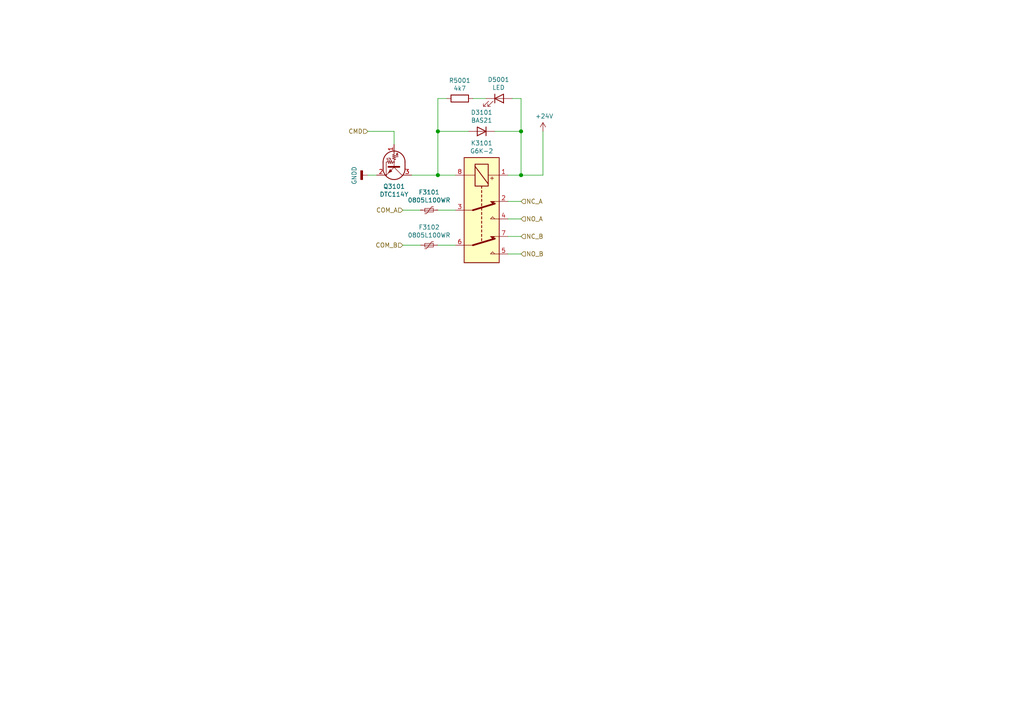
<source format=kicad_sch>
(kicad_sch (version 20211123) (generator eeschema)

  (uuid f22f8a5a-3aad-4f55-b782-dc0ced2bf7d4)

  (paper "A4")

  (lib_symbols
    (symbol "Device:LED" (pin_numbers hide) (pin_names (offset 1.016) hide) (in_bom yes) (on_board yes)
      (property "Reference" "D" (id 0) (at 0 2.54 0)
        (effects (font (size 1.27 1.27)))
      )
      (property "Value" "LED" (id 1) (at 0 -2.54 0)
        (effects (font (size 1.27 1.27)))
      )
      (property "Footprint" "" (id 2) (at 0 0 0)
        (effects (font (size 1.27 1.27)) hide)
      )
      (property "Datasheet" "~" (id 3) (at 0 0 0)
        (effects (font (size 1.27 1.27)) hide)
      )
      (property "ki_keywords" "LED diode" (id 4) (at 0 0 0)
        (effects (font (size 1.27 1.27)) hide)
      )
      (property "ki_description" "Light emitting diode" (id 5) (at 0 0 0)
        (effects (font (size 1.27 1.27)) hide)
      )
      (property "ki_fp_filters" "LED* LED_SMD:* LED_THT:*" (id 6) (at 0 0 0)
        (effects (font (size 1.27 1.27)) hide)
      )
      (symbol "LED_0_1"
        (polyline
          (pts
            (xy -1.27 -1.27)
            (xy -1.27 1.27)
          )
          (stroke (width 0.254) (type default) (color 0 0 0 0))
          (fill (type none))
        )
        (polyline
          (pts
            (xy -1.27 0)
            (xy 1.27 0)
          )
          (stroke (width 0) (type default) (color 0 0 0 0))
          (fill (type none))
        )
        (polyline
          (pts
            (xy 1.27 -1.27)
            (xy 1.27 1.27)
            (xy -1.27 0)
            (xy 1.27 -1.27)
          )
          (stroke (width 0.254) (type default) (color 0 0 0 0))
          (fill (type none))
        )
        (polyline
          (pts
            (xy -3.048 -0.762)
            (xy -4.572 -2.286)
            (xy -3.81 -2.286)
            (xy -4.572 -2.286)
            (xy -4.572 -1.524)
          )
          (stroke (width 0) (type default) (color 0 0 0 0))
          (fill (type none))
        )
        (polyline
          (pts
            (xy -1.778 -0.762)
            (xy -3.302 -2.286)
            (xy -2.54 -2.286)
            (xy -3.302 -2.286)
            (xy -3.302 -1.524)
          )
          (stroke (width 0) (type default) (color 0 0 0 0))
          (fill (type none))
        )
      )
      (symbol "LED_1_1"
        (pin passive line (at -3.81 0 0) (length 2.54)
          (name "K" (effects (font (size 1.27 1.27))))
          (number "1" (effects (font (size 1.27 1.27))))
        )
        (pin passive line (at 3.81 0 180) (length 2.54)
          (name "A" (effects (font (size 1.27 1.27))))
          (number "2" (effects (font (size 1.27 1.27))))
        )
      )
    )
    (symbol "Device:Polyfuse_Small" (pin_numbers hide) (pin_names (offset 0)) (in_bom yes) (on_board yes)
      (property "Reference" "F" (id 0) (at -1.905 0 90)
        (effects (font (size 1.27 1.27)))
      )
      (property "Value" "Polyfuse_Small" (id 1) (at 1.905 0 90)
        (effects (font (size 1.27 1.27)))
      )
      (property "Footprint" "" (id 2) (at 1.27 -5.08 0)
        (effects (font (size 1.27 1.27)) (justify left) hide)
      )
      (property "Datasheet" "~" (id 3) (at 0 0 0)
        (effects (font (size 1.27 1.27)) hide)
      )
      (property "ki_keywords" "resettable fuse PTC PPTC polyfuse polyswitch" (id 4) (at 0 0 0)
        (effects (font (size 1.27 1.27)) hide)
      )
      (property "ki_description" "Resettable fuse, polymeric positive temperature coefficient, small symbol" (id 5) (at 0 0 0)
        (effects (font (size 1.27 1.27)) hide)
      )
      (property "ki_fp_filters" "*polyfuse* *PTC*" (id 6) (at 0 0 0)
        (effects (font (size 1.27 1.27)) hide)
      )
      (symbol "Polyfuse_Small_0_1"
        (rectangle (start -0.508 1.27) (end 0.508 -1.27)
          (stroke (width 0) (type default) (color 0 0 0 0))
          (fill (type none))
        )
        (polyline
          (pts
            (xy 0 2.54)
            (xy 0 -2.54)
          )
          (stroke (width 0) (type default) (color 0 0 0 0))
          (fill (type none))
        )
        (polyline
          (pts
            (xy -1.016 1.27)
            (xy -1.016 0.762)
            (xy 1.016 -0.762)
            (xy 1.016 -1.27)
          )
          (stroke (width 0) (type default) (color 0 0 0 0))
          (fill (type none))
        )
      )
      (symbol "Polyfuse_Small_1_1"
        (pin passive line (at 0 2.54 270) (length 0.635)
          (name "~" (effects (font (size 1.27 1.27))))
          (number "1" (effects (font (size 1.27 1.27))))
        )
        (pin passive line (at 0 -2.54 90) (length 0.635)
          (name "~" (effects (font (size 1.27 1.27))))
          (number "2" (effects (font (size 1.27 1.27))))
        )
      )
    )
    (symbol "Device:R" (pin_numbers hide) (pin_names (offset 0)) (in_bom yes) (on_board yes)
      (property "Reference" "R" (id 0) (at 2.032 0 90)
        (effects (font (size 1.27 1.27)))
      )
      (property "Value" "R" (id 1) (at 0 0 90)
        (effects (font (size 1.27 1.27)))
      )
      (property "Footprint" "" (id 2) (at -1.778 0 90)
        (effects (font (size 1.27 1.27)) hide)
      )
      (property "Datasheet" "~" (id 3) (at 0 0 0)
        (effects (font (size 1.27 1.27)) hide)
      )
      (property "ki_keywords" "R res resistor" (id 4) (at 0 0 0)
        (effects (font (size 1.27 1.27)) hide)
      )
      (property "ki_description" "Resistor" (id 5) (at 0 0 0)
        (effects (font (size 1.27 1.27)) hide)
      )
      (property "ki_fp_filters" "R_*" (id 6) (at 0 0 0)
        (effects (font (size 1.27 1.27)) hide)
      )
      (symbol "R_0_1"
        (rectangle (start -1.016 -2.54) (end 1.016 2.54)
          (stroke (width 0.254) (type default) (color 0 0 0 0))
          (fill (type none))
        )
      )
      (symbol "R_1_1"
        (pin passive line (at 0 3.81 270) (length 1.27)
          (name "~" (effects (font (size 1.27 1.27))))
          (number "1" (effects (font (size 1.27 1.27))))
        )
        (pin passive line (at 0 -3.81 90) (length 1.27)
          (name "~" (effects (font (size 1.27 1.27))))
          (number "2" (effects (font (size 1.27 1.27))))
        )
      )
    )
    (symbol "Diode:BAS21" (pin_numbers hide) (pin_names hide) (in_bom yes) (on_board yes)
      (property "Reference" "D" (id 0) (at 0 2.54 0)
        (effects (font (size 1.27 1.27)))
      )
      (property "Value" "BAS21" (id 1) (at 0 -2.54 0)
        (effects (font (size 1.27 1.27)))
      )
      (property "Footprint" "Package_TO_SOT_SMD:SOT-23" (id 2) (at 0 -4.445 0)
        (effects (font (size 1.27 1.27)) hide)
      )
      (property "Datasheet" "https://www.diodes.com/assets/Datasheets/Ds12004.pdf" (id 3) (at 0 0 0)
        (effects (font (size 1.27 1.27)) hide)
      )
      (property "ki_keywords" "diode" (id 4) (at 0 0 0)
        (effects (font (size 1.27 1.27)) hide)
      )
      (property "ki_description" "250V, 0.4A, High-speed Switching Diode, SOT-23" (id 5) (at 0 0 0)
        (effects (font (size 1.27 1.27)) hide)
      )
      (property "ki_fp_filters" "SOT?23*" (id 6) (at 0 0 0)
        (effects (font (size 1.27 1.27)) hide)
      )
      (symbol "BAS21_0_1"
        (polyline
          (pts
            (xy -1.27 1.27)
            (xy -1.27 -1.27)
          )
          (stroke (width 0.254) (type default) (color 0 0 0 0))
          (fill (type none))
        )
        (polyline
          (pts
            (xy 1.27 0)
            (xy -1.27 0)
          )
          (stroke (width 0) (type default) (color 0 0 0 0))
          (fill (type none))
        )
        (polyline
          (pts
            (xy 1.27 1.27)
            (xy 1.27 -1.27)
            (xy -1.27 0)
            (xy 1.27 1.27)
          )
          (stroke (width 0.254) (type default) (color 0 0 0 0))
          (fill (type none))
        )
      )
      (symbol "BAS21_1_1"
        (pin passive line (at 3.81 0 180) (length 2.54)
          (name "A" (effects (font (size 1.27 1.27))))
          (number "1" (effects (font (size 1.27 1.27))))
        )
        (pin no_connect line (at -1.27 0 0) (length 2.54) hide
          (name "NC" (effects (font (size 1.27 1.27))))
          (number "2" (effects (font (size 1.27 1.27))))
        )
        (pin passive line (at -3.81 0 0) (length 2.54)
          (name "K" (effects (font (size 1.27 1.27))))
          (number "3" (effects (font (size 1.27 1.27))))
        )
      )
    )
    (symbol "Relay:G6K-2" (in_bom yes) (on_board yes)
      (property "Reference" "K" (id 0) (at 16.51 3.81 0)
        (effects (font (size 1.27 1.27)) (justify left))
      )
      (property "Value" "G6K-2" (id 1) (at 16.51 1.27 0)
        (effects (font (size 1.27 1.27)) (justify left))
      )
      (property "Footprint" "" (id 2) (at 0 0 0)
        (effects (font (size 1.27 1.27)) (justify left) hide)
      )
      (property "Datasheet" "http://omronfs.omron.com/en_US/ecb/products/pdf/en-g6k.pdf" (id 3) (at 0 0 0)
        (effects (font (size 1.27 1.27)) hide)
      )
      (property "ki_keywords" "Miniature Relay Dual Pole DPDT Omron" (id 4) (at 0 0 0)
        (effects (font (size 1.27 1.27)) hide)
      )
      (property "ki_description" "Miniature 2-pole relay, Single-side Stable" (id 5) (at 0 0 0)
        (effects (font (size 1.27 1.27)) hide)
      )
      (property "ki_fp_filters" "Relay*DPDT*Omron*G6K?2*" (id 6) (at 0 0 0)
        (effects (font (size 1.27 1.27)) hide)
      )
      (symbol "G6K-2_0_0"
        (text "+" (at -9.271 2.921 0)
          (effects (font (size 1.27 1.27)))
        )
      )
      (symbol "G6K-2_0_1"
        (rectangle (start -15.24 5.08) (end 15.24 -5.08)
          (stroke (width 0.254) (type default) (color 0 0 0 0))
          (fill (type background))
        )
        (rectangle (start -13.335 1.905) (end -6.985 -1.905)
          (stroke (width 0.254) (type default) (color 0 0 0 0))
          (fill (type none))
        )
        (polyline
          (pts
            (xy -12.7 -1.905)
            (xy -7.62 1.905)
          )
          (stroke (width 0.254) (type default) (color 0 0 0 0))
          (fill (type none))
        )
        (polyline
          (pts
            (xy -10.16 -5.08)
            (xy -10.16 -1.905)
          )
          (stroke (width 0) (type default) (color 0 0 0 0))
          (fill (type none))
        )
        (polyline
          (pts
            (xy -10.16 5.08)
            (xy -10.16 1.905)
          )
          (stroke (width 0) (type default) (color 0 0 0 0))
          (fill (type none))
        )
        (polyline
          (pts
            (xy -6.985 0)
            (xy -6.35 0)
          )
          (stroke (width 0.254) (type default) (color 0 0 0 0))
          (fill (type none))
        )
        (polyline
          (pts
            (xy -5.715 0)
            (xy -5.08 0)
          )
          (stroke (width 0.254) (type default) (color 0 0 0 0))
          (fill (type none))
        )
        (polyline
          (pts
            (xy -4.445 0)
            (xy -3.81 0)
          )
          (stroke (width 0.254) (type default) (color 0 0 0 0))
          (fill (type none))
        )
        (polyline
          (pts
            (xy -3.175 0)
            (xy -2.54 0)
          )
          (stroke (width 0.254) (type default) (color 0 0 0 0))
          (fill (type none))
        )
        (polyline
          (pts
            (xy -1.905 0)
            (xy -1.27 0)
          )
          (stroke (width 0.254) (type default) (color 0 0 0 0))
          (fill (type none))
        )
        (polyline
          (pts
            (xy -0.635 0)
            (xy 0 0)
          )
          (stroke (width 0.254) (type default) (color 0 0 0 0))
          (fill (type none))
        )
        (polyline
          (pts
            (xy 0 -2.54)
            (xy -1.905 3.81)
          )
          (stroke (width 0.508) (type default) (color 0 0 0 0))
          (fill (type none))
        )
        (polyline
          (pts
            (xy 0 -2.54)
            (xy 0 -5.08)
          )
          (stroke (width 0) (type default) (color 0 0 0 0))
          (fill (type none))
        )
        (polyline
          (pts
            (xy 0.635 0)
            (xy 1.27 0)
          )
          (stroke (width 0.254) (type default) (color 0 0 0 0))
          (fill (type none))
        )
        (polyline
          (pts
            (xy 1.905 0)
            (xy 2.54 0)
          )
          (stroke (width 0.254) (type default) (color 0 0 0 0))
          (fill (type none))
        )
        (polyline
          (pts
            (xy 3.175 0)
            (xy 3.81 0)
          )
          (stroke (width 0.254) (type default) (color 0 0 0 0))
          (fill (type none))
        )
        (polyline
          (pts
            (xy 4.445 0)
            (xy 5.08 0)
          )
          (stroke (width 0.254) (type default) (color 0 0 0 0))
          (fill (type none))
        )
        (polyline
          (pts
            (xy 5.715 0)
            (xy 6.35 0)
          )
          (stroke (width 0.254) (type default) (color 0 0 0 0))
          (fill (type none))
        )
        (polyline
          (pts
            (xy 6.985 0)
            (xy 7.62 0)
          )
          (stroke (width 0.254) (type default) (color 0 0 0 0))
          (fill (type none))
        )
        (polyline
          (pts
            (xy 8.255 0)
            (xy 8.89 0)
          )
          (stroke (width 0.254) (type default) (color 0 0 0 0))
          (fill (type none))
        )
        (polyline
          (pts
            (xy 10.16 -2.54)
            (xy 8.255 3.81)
          )
          (stroke (width 0.508) (type default) (color 0 0 0 0))
          (fill (type none))
        )
        (polyline
          (pts
            (xy 10.16 -2.54)
            (xy 10.16 -5.08)
          )
          (stroke (width 0) (type default) (color 0 0 0 0))
          (fill (type none))
        )
        (polyline
          (pts
            (xy -2.54 5.08)
            (xy -2.54 2.54)
            (xy -1.905 3.175)
            (xy -2.54 3.81)
          )
          (stroke (width 0) (type default) (color 0 0 0 0))
          (fill (type outline))
        )
        (polyline
          (pts
            (xy 2.54 5.08)
            (xy 2.54 2.54)
            (xy 1.905 3.175)
            (xy 2.54 3.81)
          )
          (stroke (width 0) (type default) (color 0 0 0 0))
          (fill (type none))
        )
        (polyline
          (pts
            (xy 7.62 5.08)
            (xy 7.62 2.54)
            (xy 8.255 3.175)
            (xy 7.62 3.81)
          )
          (stroke (width 0) (type default) (color 0 0 0 0))
          (fill (type outline))
        )
        (polyline
          (pts
            (xy 12.7 5.08)
            (xy 12.7 2.54)
            (xy 12.065 3.175)
            (xy 12.7 3.81)
          )
          (stroke (width 0) (type default) (color 0 0 0 0))
          (fill (type none))
        )
      )
      (symbol "G6K-2_1_1"
        (pin passive line (at -10.16 7.62 270) (length 2.54)
          (name "~" (effects (font (size 1.27 1.27))))
          (number "1" (effects (font (size 1.27 1.27))))
        )
        (pin passive line (at -2.54 7.62 270) (length 2.54)
          (name "~" (effects (font (size 1.27 1.27))))
          (number "2" (effects (font (size 1.27 1.27))))
        )
        (pin passive line (at 0 -7.62 90) (length 2.54)
          (name "~" (effects (font (size 1.27 1.27))))
          (number "3" (effects (font (size 1.27 1.27))))
        )
        (pin passive line (at 2.54 7.62 270) (length 2.54)
          (name "~" (effects (font (size 1.27 1.27))))
          (number "4" (effects (font (size 1.27 1.27))))
        )
        (pin passive line (at 12.7 7.62 270) (length 2.54)
          (name "~" (effects (font (size 1.27 1.27))))
          (number "5" (effects (font (size 1.27 1.27))))
        )
        (pin passive line (at 10.16 -7.62 90) (length 2.54)
          (name "~" (effects (font (size 1.27 1.27))))
          (number "6" (effects (font (size 1.27 1.27))))
        )
        (pin passive line (at 7.62 7.62 270) (length 2.54)
          (name "~" (effects (font (size 1.27 1.27))))
          (number "7" (effects (font (size 1.27 1.27))))
        )
        (pin passive line (at -10.16 -7.62 90) (length 2.54)
          (name "~" (effects (font (size 1.27 1.27))))
          (number "8" (effects (font (size 1.27 1.27))))
        )
      )
    )
    (symbol "Transistor_BJT:DTC114Y" (pin_names (offset 0) hide) (in_bom yes) (on_board yes)
      (property "Reference" "Q" (id 0) (at 5.08 1.905 0)
        (effects (font (size 1.27 1.27)) (justify left))
      )
      (property "Value" "DTC114Y" (id 1) (at 5.08 0 0)
        (effects (font (size 1.27 1.27)) (justify left))
      )
      (property "Footprint" "" (id 2) (at 0 0 0)
        (effects (font (size 1.27 1.27)) (justify left) hide)
      )
      (property "Datasheet" "" (id 3) (at 0 0 0)
        (effects (font (size 1.27 1.27)) (justify left) hide)
      )
      (property "ki_keywords" "ROHM Digital NPN Transistor" (id 4) (at 0 0 0)
        (effects (font (size 1.27 1.27)) hide)
      )
      (property "ki_description" "Digital NPN Transistor, 10k/47k, SOT-23" (id 5) (at 0 0 0)
        (effects (font (size 1.27 1.27)) hide)
      )
      (property "ki_fp_filters" "SOT?23* SC?59*" (id 6) (at 0 0 0)
        (effects (font (size 1.27 1.27)) hide)
      )
      (symbol "DTC114Y_0_0"
        (text "10k" (at -3.302 0.889 0)
          (effects (font (size 0.508 0.508)))
        )
        (text "47k" (at -2.159 -1.524 900)
          (effects (font (size 0.508 0.508)))
        )
      )
      (symbol "DTC114Y_0_1"
        (circle (center -1.27 0) (radius 0.127)
          (stroke (width 0) (type default) (color 0 0 0 0))
          (fill (type none))
        )
        (arc (start -1.27 3.175) (mid -4.445 0) (end -1.27 -3.175)
          (stroke (width 0.254) (type default) (color 0 0 0 0))
          (fill (type none))
        )
        (polyline
          (pts
            (xy -3.429 0)
            (xy -3.81 0)
          )
          (stroke (width 0) (type default) (color 0 0 0 0))
          (fill (type none))
        )
        (polyline
          (pts
            (xy -1.27 -3.175)
            (xy 0.635 -3.175)
          )
          (stroke (width 0.254) (type default) (color 0 0 0 0))
          (fill (type none))
        )
        (polyline
          (pts
            (xy -1.27 3.175)
            (xy 0.635 3.175)
          )
          (stroke (width 0.254) (type default) (color 0 0 0 0))
          (fill (type none))
        )
        (polyline
          (pts
            (xy 0 -0.254)
            (xy 2.54 2.286)
          )
          (stroke (width 0) (type default) (color 0 0 0 0))
          (fill (type none))
        )
        (polyline
          (pts
            (xy 0.127 1.524)
            (xy 0.127 -1.651)
          )
          (stroke (width 0.508) (type default) (color 0 0 0 0))
          (fill (type outline))
        )
        (polyline
          (pts
            (xy 2.54 2.286)
            (xy 2.54 2.54)
          )
          (stroke (width 0) (type default) (color 0 0 0 0))
          (fill (type none))
        )
        (polyline
          (pts
            (xy 2.54 -2.286)
            (xy 0 0.254)
            (xy 0 0.254)
          )
          (stroke (width 0) (type default) (color 0 0 0 0))
          (fill (type none))
        )
        (polyline
          (pts
            (xy 0.889 -1.143)
            (xy 1.397 -0.635)
            (xy 1.905 -1.651)
            (xy 0.889 -1.143)
          )
          (stroke (width 0) (type default) (color 0 0 0 0))
          (fill (type outline))
        )
        (polyline
          (pts
            (xy 0 0)
            (xy -1.905 0)
            (xy -2.032 0.508)
            (xy -2.286 -0.508)
            (xy -2.54 0.508)
            (xy -2.794 -0.508)
            (xy -3.048 0.508)
            (xy -3.302 -0.508)
            (xy -3.429 0)
          )
          (stroke (width 0) (type default) (color 0 0 0 0))
          (fill (type none))
        )
        (polyline
          (pts
            (xy -1.27 0)
            (xy -1.27 -0.381)
            (xy -0.762 -0.508)
            (xy -1.778 -0.762)
            (xy -0.762 -1.016)
            (xy -1.778 -1.27)
            (xy -0.762 -1.524)
            (xy -1.778 -1.778)
            (xy -1.27 -1.905)
            (xy -1.27 -2.286)
            (xy 2.54 -2.286)
          )
          (stroke (width 0) (type default) (color 0 0 0 0))
          (fill (type none))
        )
        (arc (start 0.635 -3.175) (mid 3.81 0) (end 0.635 3.175)
          (stroke (width 0.254) (type default) (color 0 0 0 0))
          (fill (type none))
        )
        (circle (center 2.54 -2.286) (radius 0.127)
          (stroke (width 0) (type default) (color 0 0 0 0))
          (fill (type none))
        )
      )
      (symbol "DTC114Y_1_1"
        (pin input line (at -6.35 0 0) (length 2.54)
          (name "B" (effects (font (size 1.27 1.27))))
          (number "1" (effects (font (size 1.27 1.27))))
        )
        (pin passive line (at 2.54 -5.08 90) (length 2.54)
          (name "E" (effects (font (size 1.27 1.27))))
          (number "2" (effects (font (size 1.27 1.27))))
        )
        (pin passive line (at 2.54 5.08 270) (length 2.54)
          (name "C" (effects (font (size 1.27 1.27))))
          (number "3" (effects (font (size 1.27 1.27))))
        )
      )
    )
    (symbol "power:+24V" (power) (pin_names (offset 0)) (in_bom yes) (on_board yes)
      (property "Reference" "#PWR" (id 0) (at 0 -3.81 0)
        (effects (font (size 1.27 1.27)) hide)
      )
      (property "Value" "+24V" (id 1) (at 0 3.556 0)
        (effects (font (size 1.27 1.27)))
      )
      (property "Footprint" "" (id 2) (at 0 0 0)
        (effects (font (size 1.27 1.27)) hide)
      )
      (property "Datasheet" "" (id 3) (at 0 0 0)
        (effects (font (size 1.27 1.27)) hide)
      )
      (property "ki_keywords" "power-flag" (id 4) (at 0 0 0)
        (effects (font (size 1.27 1.27)) hide)
      )
      (property "ki_description" "Power symbol creates a global label with name \"+24V\"" (id 5) (at 0 0 0)
        (effects (font (size 1.27 1.27)) hide)
      )
      (symbol "+24V_0_1"
        (polyline
          (pts
            (xy -0.762 1.27)
            (xy 0 2.54)
          )
          (stroke (width 0) (type default) (color 0 0 0 0))
          (fill (type none))
        )
        (polyline
          (pts
            (xy 0 0)
            (xy 0 2.54)
          )
          (stroke (width 0) (type default) (color 0 0 0 0))
          (fill (type none))
        )
        (polyline
          (pts
            (xy 0 2.54)
            (xy 0.762 1.27)
          )
          (stroke (width 0) (type default) (color 0 0 0 0))
          (fill (type none))
        )
      )
      (symbol "+24V_1_1"
        (pin power_in line (at 0 0 90) (length 0) hide
          (name "+24V" (effects (font (size 1.27 1.27))))
          (number "1" (effects (font (size 1.27 1.27))))
        )
      )
    )
    (symbol "power:GNDD" (power) (pin_names (offset 0)) (in_bom yes) (on_board yes)
      (property "Reference" "#PWR" (id 0) (at 0 -6.35 0)
        (effects (font (size 1.27 1.27)) hide)
      )
      (property "Value" "GNDD" (id 1) (at 0 -3.175 0)
        (effects (font (size 1.27 1.27)))
      )
      (property "Footprint" "" (id 2) (at 0 0 0)
        (effects (font (size 1.27 1.27)) hide)
      )
      (property "Datasheet" "" (id 3) (at 0 0 0)
        (effects (font (size 1.27 1.27)) hide)
      )
      (property "ki_keywords" "power-flag" (id 4) (at 0 0 0)
        (effects (font (size 1.27 1.27)) hide)
      )
      (property "ki_description" "Power symbol creates a global label with name \"GNDD\" , digital ground" (id 5) (at 0 0 0)
        (effects (font (size 1.27 1.27)) hide)
      )
      (symbol "GNDD_0_1"
        (rectangle (start -1.27 -1.524) (end 1.27 -2.032)
          (stroke (width 0.254) (type default) (color 0 0 0 0))
          (fill (type outline))
        )
        (polyline
          (pts
            (xy 0 0)
            (xy 0 -1.524)
          )
          (stroke (width 0) (type default) (color 0 0 0 0))
          (fill (type none))
        )
      )
      (symbol "GNDD_1_1"
        (pin power_in line (at 0 0 270) (length 0) hide
          (name "GNDD" (effects (font (size 1.27 1.27))))
          (number "1" (effects (font (size 1.27 1.27))))
        )
      )
    )
  )

  (junction (at 151.13 50.8) (diameter 1.016) (color 0 0 0 0)
    (uuid 6539cbd1-50bb-4d3c-82f9-984d64bc120e)
  )
  (junction (at 127 38.1) (diameter 1.016) (color 0 0 0 0)
    (uuid 73b04aae-a23e-4dbe-82bb-c66e31df0d3d)
  )
  (junction (at 151.13 38.1) (diameter 1.016) (color 0 0 0 0)
    (uuid d2df3c51-fc8c-42ad-b1f0-21d6e1a01262)
  )
  (junction (at 127 50.8) (diameter 1.016) (color 0 0 0 0)
    (uuid e2673b7c-e103-49fa-98d5-69b8ba8dd292)
  )

  (wire (pts (xy 129.54 28.575) (xy 127 28.575))
    (stroke (width 0) (type solid) (color 0 0 0 0))
    (uuid 02b870a3-cd42-4446-ab67-fc95e9822fec)
  )
  (wire (pts (xy 147.32 63.5) (xy 151.13 63.5))
    (stroke (width 0) (type solid) (color 0 0 0 0))
    (uuid 032b5233-7fdc-44d3-bafe-b580cd8d30ef)
  )
  (wire (pts (xy 151.13 28.575) (xy 151.13 38.1))
    (stroke (width 0) (type solid) (color 0 0 0 0))
    (uuid 1ab49c84-223c-47bc-b7cc-5b120bbc4de7)
  )
  (wire (pts (xy 157.48 38.1) (xy 157.48 50.8))
    (stroke (width 0) (type solid) (color 0 0 0 0))
    (uuid 3c836e97-b036-4b2c-806f-0bf31b2073ce)
  )
  (wire (pts (xy 147.32 68.58) (xy 151.13 68.58))
    (stroke (width 0) (type solid) (color 0 0 0 0))
    (uuid 49646310-dce0-4236-859d-b77755825175)
  )
  (wire (pts (xy 147.32 58.42) (xy 151.13 58.42))
    (stroke (width 0) (type solid) (color 0 0 0 0))
    (uuid 5f6eece5-30bb-4d48-b67e-fdc0ef8877e5)
  )
  (wire (pts (xy 116.84 71.12) (xy 121.92 71.12))
    (stroke (width 0) (type solid) (color 0 0 0 0))
    (uuid 5f8606d2-6264-4a30-bde8-035c78c4ad71)
  )
  (wire (pts (xy 114.3 41.91) (xy 114.3 38.1))
    (stroke (width 0) (type solid) (color 0 0 0 0))
    (uuid 627b8404-2c12-4b7c-a2a5-40b74f25a9bb)
  )
  (wire (pts (xy 135.89 38.1) (xy 127 38.1))
    (stroke (width 0) (type solid) (color 0 0 0 0))
    (uuid 667c34c9-c840-4b08-8580-6a2e550ec7d7)
  )
  (wire (pts (xy 127 50.8) (xy 132.08 50.8))
    (stroke (width 0) (type solid) (color 0 0 0 0))
    (uuid 6b39c00c-fead-43f7-a1eb-93adf0e9cba9)
  )
  (wire (pts (xy 127 38.1) (xy 127 50.8))
    (stroke (width 0) (type solid) (color 0 0 0 0))
    (uuid 71227650-ab2b-4387-adf0-62779323975f)
  )
  (wire (pts (xy 127 60.96) (xy 132.08 60.96))
    (stroke (width 0) (type solid) (color 0 0 0 0))
    (uuid 77eb9420-b444-43ad-9683-a1b656d7cc0f)
  )
  (wire (pts (xy 119.38 50.8) (xy 127 50.8))
    (stroke (width 0) (type solid) (color 0 0 0 0))
    (uuid 9b0657d6-2fac-4c44-9217-8fdbec3cdc49)
  )
  (wire (pts (xy 148.59 28.575) (xy 151.13 28.575))
    (stroke (width 0) (type solid) (color 0 0 0 0))
    (uuid 9e3fb7fd-8b8b-487e-b7ca-a18be7d33f2c)
  )
  (wire (pts (xy 127 28.575) (xy 127 38.1))
    (stroke (width 0) (type solid) (color 0 0 0 0))
    (uuid a2438acb-60ef-46e4-84a1-70d3a6391cf2)
  )
  (wire (pts (xy 116.84 60.96) (xy 121.92 60.96))
    (stroke (width 0) (type solid) (color 0 0 0 0))
    (uuid a72908be-cf81-41a7-adc2-3f1921a4ab69)
  )
  (wire (pts (xy 106.68 50.8) (xy 109.22 50.8))
    (stroke (width 0) (type solid) (color 0 0 0 0))
    (uuid ac9e4f8c-f2e6-4e5c-97a7-337350f06b51)
  )
  (wire (pts (xy 143.51 38.1) (xy 151.13 38.1))
    (stroke (width 0) (type solid) (color 0 0 0 0))
    (uuid c81640f5-193e-4cfc-af73-b91ce6cb0fb2)
  )
  (wire (pts (xy 137.16 28.575) (xy 140.97 28.575))
    (stroke (width 0) (type solid) (color 0 0 0 0))
    (uuid cf532082-3c84-4914-bc53-9d7845aab1e3)
  )
  (wire (pts (xy 151.13 38.1) (xy 151.13 50.8))
    (stroke (width 0) (type solid) (color 0 0 0 0))
    (uuid d0c08dda-5aa0-47b9-92cb-5d4c93fc6fe9)
  )
  (wire (pts (xy 147.32 50.8) (xy 151.13 50.8))
    (stroke (width 0) (type solid) (color 0 0 0 0))
    (uuid d4b9a62b-47d6-4176-a875-6bb9ab99828b)
  )
  (wire (pts (xy 147.32 73.66) (xy 151.13 73.66))
    (stroke (width 0) (type solid) (color 0 0 0 0))
    (uuid d82d45ea-742f-4e30-91fd-99e4ea6bc798)
  )
  (wire (pts (xy 127 71.12) (xy 132.08 71.12))
    (stroke (width 0) (type solid) (color 0 0 0 0))
    (uuid e24fcf58-bba0-4b68-a199-29423d632d30)
  )
  (wire (pts (xy 151.13 50.8) (xy 157.48 50.8))
    (stroke (width 0) (type solid) (color 0 0 0 0))
    (uuid f19791b1-acc9-490f-8468-91fe34df5951)
  )
  (wire (pts (xy 114.3 38.1) (xy 106.68 38.1))
    (stroke (width 0) (type solid) (color 0 0 0 0))
    (uuid f829da21-0b38-4494-87c3-332d05a13683)
  )

  (hierarchical_label "NO_B" (shape input) (at 151.13 73.66 0)
    (effects (font (size 1.27 1.27)) (justify left))
    (uuid 48c8325c-2857-4fc1-9e32-a9645a39e71f)
  )
  (hierarchical_label "COM_B" (shape input) (at 116.84 71.12 180)
    (effects (font (size 1.27 1.27)) (justify right))
    (uuid 4ec97fe9-c1d4-4d32-8764-2502b0d77c99)
  )
  (hierarchical_label "COM_A" (shape input) (at 116.84 60.96 180)
    (effects (font (size 1.27 1.27)) (justify right))
    (uuid 7f63ca57-a6d5-417f-b9f0-a63168fefa75)
  )
  (hierarchical_label "NC_A" (shape input) (at 151.13 58.42 0)
    (effects (font (size 1.27 1.27)) (justify left))
    (uuid 912f61ef-92ba-4561-8cfa-5bd57bc546ab)
  )
  (hierarchical_label "NC_B" (shape input) (at 151.13 68.58 0)
    (effects (font (size 1.27 1.27)) (justify left))
    (uuid a5cd3481-3d1d-4c5e-bce8-e733523de757)
  )
  (hierarchical_label "NO_A" (shape input) (at 151.13 63.5 0)
    (effects (font (size 1.27 1.27)) (justify left))
    (uuid a8562e6f-0b77-4a6b-9813-1b1aa3b4de6c)
  )
  (hierarchical_label "CMD" (shape input) (at 106.68 38.1 180)
    (effects (font (size 1.27 1.27)) (justify right))
    (uuid b6f1bc39-2f26-47c8-90a2-e539d26566ee)
  )

  (symbol (lib_id "Device:Polyfuse_Small") (at 124.46 60.96 270)
    (in_bom yes) (on_board yes)
    (uuid 28ecab14-380e-4b7e-83f1-192862e3831b)
    (property "Reference" "F3101" (id 0) (at 124.46 55.753 90))
    (property "Value" "0805L100WR" (id 1) (at 124.46 58.064 90))
    (property "Footprint" "Fuse:Fuse_0805_2012Metric" (id 2) (at 119.38 62.23 0)
      (effects (font (size 1.27 1.27)) (justify left) hide)
    )
    (property "Datasheet" "~" (id 3) (at 124.46 60.96 0)
      (effects (font (size 1.27 1.27)) hide)
    )
    (pin "1" (uuid d23c0c4e-c668-4b92-8a9a-2e02207b082d))
    (pin "2" (uuid 5f83a5fa-f205-411e-bbd2-73c63c3e03a8))
  )

  (symbol (lib_id "Device:Polyfuse_Small") (at 124.46 71.12 270)
    (in_bom yes) (on_board yes)
    (uuid 496c9477-e48e-4357-ac3e-146dcb070bc4)
    (property "Reference" "F3102" (id 0) (at 124.46 65.913 90))
    (property "Value" "0805L100WR" (id 1) (at 124.46 68.224 90))
    (property "Footprint" "Fuse:Fuse_0805_2012Metric" (id 2) (at 119.38 72.39 0)
      (effects (font (size 1.27 1.27)) (justify left) hide)
    )
    (property "Datasheet" "~" (id 3) (at 124.46 71.12 0)
      (effects (font (size 1.27 1.27)) hide)
    )
    (pin "1" (uuid e7a9c051-a88f-4b10-877e-98d6410f945e))
    (pin "2" (uuid d9adabdf-ef61-47ea-b8cb-00b7222c378f))
  )

  (symbol (lib_id "Device:LED") (at 144.78 28.575 0)
    (in_bom yes) (on_board yes)
    (uuid 51efedba-d7a6-42d0-bdbc-9670395846d3)
    (property "Reference" "D5001" (id 0) (at 144.5895 23.0948 0))
    (property "Value" "LED" (id 1) (at 144.5895 25.3935 0))
    (property "Footprint" "LED_SMD:LED_0603_1608Metric" (id 2) (at 144.78 28.575 0)
      (effects (font (size 1.27 1.27)) hide)
    )
    (property "Datasheet" "~" (id 3) (at 144.78 28.575 0)
      (effects (font (size 1.27 1.27)) hide)
    )
    (pin "1" (uuid 4aa8b807-cdaa-489b-bf4a-cdb5e3cda94b))
    (pin "2" (uuid 29137b24-17bb-4f3d-b204-070e58f0bfda))
  )

  (symbol (lib_id "Device:R") (at 133.35 28.575 90)
    (in_bom yes) (on_board yes)
    (uuid 54d3d4e0-0b5d-4139-8d09-f65e41c125a1)
    (property "Reference" "R5001" (id 0) (at 133.35 23.3488 90))
    (property "Value" "4k7" (id 1) (at 133.35 25.647 90))
    (property "Footprint" "Resistor_SMD:R_0805_2012Metric" (id 2) (at 133.35 30.353 90)
      (effects (font (size 1.27 1.27)) hide)
    )
    (property "Datasheet" "~" (id 3) (at 133.35 28.575 0)
      (effects (font (size 1.27 1.27)) hide)
    )
    (pin "1" (uuid 257f1b97-77c3-4024-a8ad-104980b53aed))
    (pin "2" (uuid 2ae89a4f-32bf-4589-8183-6c474ae69625))
  )

  (symbol (lib_id "power:GNDD") (at 106.68 50.8 270)
    (in_bom yes) (on_board yes)
    (uuid 5ccfca83-e4be-4dc5-b3ca-4848de3156cd)
    (property "Reference" "#PWR03101" (id 0) (at 100.33 50.8 0)
      (effects (font (size 1.27 1.27)) hide)
    )
    (property "Value" "GNDD" (id 1) (at 102.743 50.9016 0))
    (property "Footprint" "" (id 2) (at 106.68 50.8 0)
      (effects (font (size 1.27 1.27)) hide)
    )
    (property "Datasheet" "" (id 3) (at 106.68 50.8 0)
      (effects (font (size 1.27 1.27)) hide)
    )
    (pin "1" (uuid 7db2b816-ffdc-4471-9c41-0a9444451a46))
  )

  (symbol (lib_id "Diode:BAS21") (at 139.7 38.1 180)
    (in_bom yes) (on_board yes)
    (uuid 620b2505-4b44-43dd-94a0-e16925da6425)
    (property "Reference" "D3101" (id 0) (at 139.7 32.6198 0))
    (property "Value" "BAS21" (id 1) (at 139.7 34.9185 0))
    (property "Footprint" "Package_TO_SOT_SMD:SOT-23" (id 2) (at 139.7 33.655 0)
      (effects (font (size 1.27 1.27)) hide)
    )
    (property "Datasheet" "https://www.diodes.com/assets/Datasheets/Ds12004.pdf" (id 3) (at 139.7 38.1 0)
      (effects (font (size 1.27 1.27)) hide)
    )
    (pin "1" (uuid e2a1e436-d3ff-4236-b11e-b5c7a9d4beb5))
    (pin "2" (uuid a48935f9-b58e-4a4c-b5ed-eea705d34477))
    (pin "3" (uuid 37badcc6-75ca-4f68-9c88-1192dcf90181))
  )

  (symbol (lib_id "power:+24V") (at 157.48 38.1 0)
    (in_bom yes) (on_board yes)
    (uuid 73a42232-8e61-4cb6-900b-11f219a74032)
    (property "Reference" "#PWR03102" (id 0) (at 157.48 41.91 0)
      (effects (font (size 1.27 1.27)) hide)
    )
    (property "Value" "+24V" (id 1) (at 157.861 33.7058 0))
    (property "Footprint" "" (id 2) (at 157.48 38.1 0)
      (effects (font (size 1.27 1.27)) hide)
    )
    (property "Datasheet" "" (id 3) (at 157.48 38.1 0)
      (effects (font (size 1.27 1.27)) hide)
    )
    (pin "1" (uuid 14c8fe98-627f-46a1-80c9-5d609224c161))
  )

  (symbol (lib_id "Relay:G6K-2") (at 139.7 60.96 270)
    (in_bom yes) (on_board yes)
    (uuid 80eaee93-ffaa-462a-b657-d00b1ef2fc00)
    (property "Reference" "K3101" (id 0) (at 139.7 41.5098 90))
    (property "Value" "G6K-2" (id 1) (at 139.7 43.8085 90))
    (property "Footprint" "Relay_SMD:Relay_DPDT_Omron_G6K-2F" (id 2) (at 139.7 60.96 0)
      (effects (font (size 1.27 1.27)) (justify left) hide)
    )
    (property "Datasheet" "http://omronfs.omron.com/en_US/ecb/products/pdf/en-g6k.pdf" (id 3) (at 139.7 60.96 0)
      (effects (font (size 1.27 1.27)) hide)
    )
    (pin "1" (uuid c60be7d2-4210-4842-88c3-8f5293dc1443))
    (pin "2" (uuid 822d36ae-e438-4a48-8081-5825c5d1ba17))
    (pin "3" (uuid 15323c26-3d9e-4cb1-9fe0-0b96f28a4dbf))
    (pin "4" (uuid da84ba1a-160d-4892-9ee4-c65ecc0cd936))
    (pin "5" (uuid efef801f-1a8b-486a-aab6-5e99ab9b16c1))
    (pin "6" (uuid 5bf57049-c7b8-4d93-bd07-848f063d324c))
    (pin "7" (uuid 8bf77960-9a4d-4ccb-93df-e28a64cac564))
    (pin "8" (uuid 3e372e45-039a-4511-beee-934dc9d581e7))
  )

  (symbol (lib_id "Transistor_BJT:DTC114Y") (at 114.3 48.26 270)
    (in_bom yes) (on_board yes)
    (uuid a2e0d1a8-9254-49c1-be9a-8def06695049)
    (property "Reference" "Q3101" (id 0) (at 114.3 54.083 90))
    (property "Value" "DTC114Y" (id 1) (at 114.3 56.3817 90))
    (property "Footprint" "Package_TO_SOT_SMD:SOT-23" (id 2) (at 114.3 48.26 0)
      (effects (font (size 1.27 1.27)) (justify left) hide)
    )
    (property "Datasheet" "" (id 3) (at 114.3 48.26 0)
      (effects (font (size 1.27 1.27)) (justify left) hide)
    )
    (pin "1" (uuid 2ebd4fde-d362-48cb-87c1-c3f046b7bcaa))
    (pin "2" (uuid bfab4876-ba1b-4ecb-a1b4-c82115d66a7b))
    (pin "3" (uuid a690f27d-b887-4e77-955d-d520d0abbf7c))
  )
)

</source>
